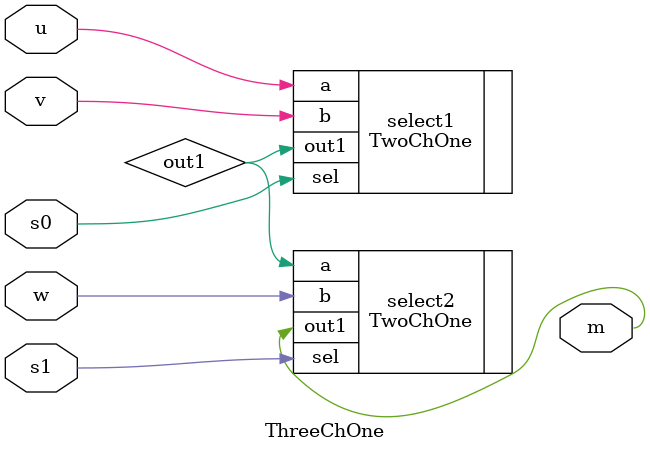
<source format=v>
`timescale 1ns / 1ps

module ThreeChOne(u,v,w,s0,s1,m);
    input u,v,w,s1,s0;
    output m;
    wire out1;
    TwoChOne select1(.a(u),.sel(s0),.b(v),.out1(out1));
    TwoChOne select2(.a(out1),.sel(s1),.b(w),.out1(m));
endmodule

</source>
